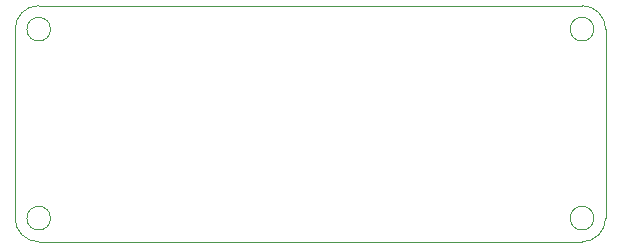
<source format=gbr>
%TF.GenerationSoftware,KiCad,Pcbnew,9.0.0-rc3*%
%TF.CreationDate,2025-03-08T22:35:06-05:00*%
%TF.ProjectId,reggie_jig,72656767-6965-45f6-9a69-672e6b696361,rev?*%
%TF.SameCoordinates,Original*%
%TF.FileFunction,Profile,NP*%
%FSLAX46Y46*%
G04 Gerber Fmt 4.6, Leading zero omitted, Abs format (unit mm)*
G04 Created by KiCad (PCBNEW 9.0.0-rc3) date 2025-03-08 22:35:06*
%MOMM*%
%LPD*%
G01*
G04 APERTURE LIST*
%TA.AperFunction,Profile*%
%ADD10C,0.050000*%
%TD*%
G04 APERTURE END LIST*
D10*
X152800000Y-107500000D02*
G75*
G02*
X150800000Y-107500000I-1000000J0D01*
G01*
X150800000Y-107500000D02*
G75*
G02*
X152800000Y-107500000I1000000J0D01*
G01*
X152800000Y-123500000D02*
G75*
G02*
X150800000Y-123500000I-1000000J0D01*
G01*
X150800000Y-123500000D02*
G75*
G02*
X152800000Y-123500000I1000000J0D01*
G01*
X106800000Y-123500000D02*
G75*
G02*
X104800000Y-123500000I-1000000J0D01*
G01*
X104800000Y-123500000D02*
G75*
G02*
X106800000Y-123500000I1000000J0D01*
G01*
X106800000Y-107500000D02*
G75*
G02*
X104800000Y-107500000I-1000000J0D01*
G01*
X104800000Y-107500000D02*
G75*
G02*
X106800000Y-107500000I1000000J0D01*
G01*
X151800000Y-105500000D02*
G75*
G02*
X153800000Y-107500000I0J-2000000D01*
G01*
X103800000Y-107500000D02*
G75*
G02*
X105800000Y-105500000I2000000J0D01*
G01*
X153800000Y-123500000D02*
G75*
G02*
X151800000Y-125500000I-2000000J0D01*
G01*
X105800000Y-125500000D02*
G75*
G02*
X103800000Y-123500000I0J2000000D01*
G01*
X103800000Y-123500000D02*
X103800000Y-107500000D01*
X151800000Y-125500000D02*
X105800000Y-125500000D01*
X153800000Y-107500000D02*
X153800000Y-123500000D01*
X105800000Y-105500000D02*
X151800000Y-105500000D01*
M02*

</source>
